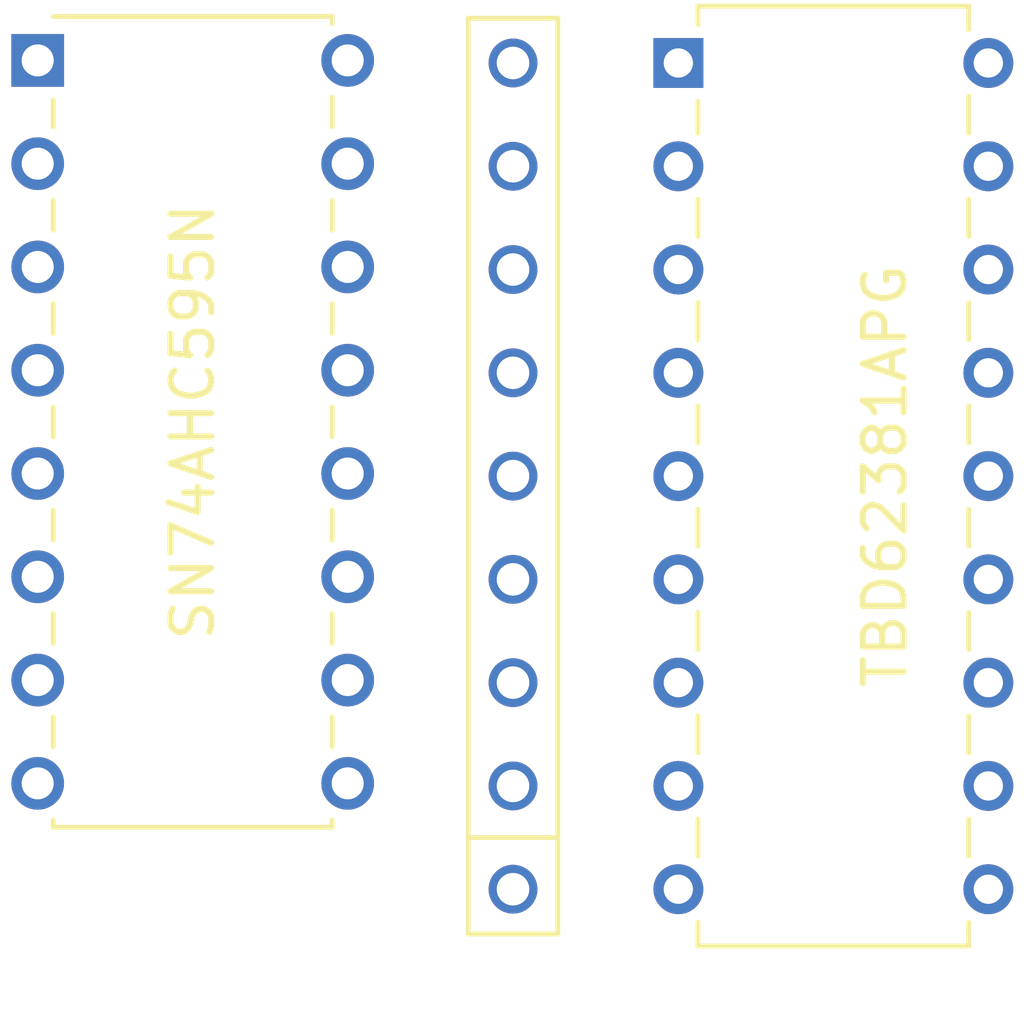
<source format=kicad_pcb>
(kicad_pcb (version 20211014) (generator pcbnew)
  (layers (0 "F.Cu" signal) (31 "B.Cu" signal) (34 "B.Paste" user) (35 "F.Paste" user) (36 "B.SilkS" user "B.Silkscreen") (37 "F.SilkS" user "F.Silkscreen") (38 "B.Mask" user) (39 "F.Mask" user) (44 "Edge.Cuts" user))
  (net 0 "")
  (footprint "Luminator:8x10 R Array" (layer "F.Cu") (at 60.452 69.85 180)
    (fp_text reference "REF**" hide)
    (fp_text value "8x10k R Array")
    (fp_line (start -1.1 21.42) (end -1.1 -1.1) (layer "F.SilkS") (width 0.12))
    (fp_line (start 1.1 1.27) (end -1.1 1.27) (layer "F.SilkS") (width 0.12))
    (fp_line (start -1.1 -1.1) (end 1.1 -1.1) (layer "F.SilkS") (width 0.12))
    (fp_line (start 1.1 -1.1) (end 1.1 21.42) (layer "F.SilkS") (width 0.12))
    (fp_line (start 1.1 21.42) (end -1.1 21.42) (layer "F.SilkS") (width 0.12))
    (pad "1" thru_hole circle (at 0 0 90) (size 1.2 1.2) (drill 0.8) (layers *.Cu *.Mask))
    (pad "2" thru_hole circle (at 0 2.54 90) (size 1.2 1.2) (drill 0.8) (layers *.Cu *.Mask))
    (pad "3" thru_hole circle (at 0 5.08 90) (size 1.2 1.2) (drill 0.8) (layers *.Cu *.Mask))
    (pad "4" thru_hole circle (at 0 7.62 90) (size 1.2 1.2) (drill 0.8) (layers *.Cu *.Mask))
    (pad "5" thru_hole circle (at 0 10.16 90) (size 1.2 1.2) (drill 0.8) (layers *.Cu *.Mask))
    (pad "6" thru_hole circle (at 0 12.7 90) (size 1.2 1.2) (drill 0.8) (layers *.Cu *.Mask))
    (pad "7" thru_hole circle (at 0 15.24 90) (size 1.2 1.2) (drill 0.8) (layers *.Cu *.Mask))
    (pad "8" thru_hole circle (at 0 17.78 90) (size 1.2 1.2) (drill 0.8) (layers *.Cu *.Mask))
    (pad "9" thru_hole circle (at 0 20.32 90) (size 1.2 1.2) (drill 0.8) (layers *.Cu *.Mask))
  )
  (footprint "Luminator:SN74AHC595N" (layer "F.Cu") (at 52.578 48.514)
    (fp_text reference "REF**" hide)
    (fp_text value "SN74AHC595N" (at 0 9.8425 90) (layer "F.SilkS"))
    (fp_line (start 3.429 5.129117) (end 3.429 4.395883) (layer "F.SilkS") (width 0.12))
    (fp_line (start 3.429 7.669117) (end 3.429 6.935883) (layer "F.SilkS") (width 0.12))
    (fp_line (start -3.429 1.93294) (end -3.429 2.589117) (layer "F.SilkS") (width 0.12))
    (fp_line (start -3.429 9.475883) (end -3.429 10.209117) (layer "F.SilkS") (width 0.12))
    (fp_line (start -3.429 19.812) (end 3.429 19.812) (layer "F.SilkS") (width 0.12))
    (fp_line (start 3.429 12.749117) (end 3.429 12.015883) (layer "F.SilkS") (width 0.12))
    (fp_line (start 3.429 0.049117) (end 3.429 -0.127) (layer "F.SilkS") (width 0.12))
    (fp_line (start 3.429 2.589117) (end 3.429 1.855883) (layer "F.SilkS") (width 0.12))
    (fp_line (start -3.429 12.015883) (end -3.429 12.749117) (layer "F.SilkS") (width 0.12))
    (fp_line (start -3.429 14.555883) (end -3.429 15.289117) (layer "F.SilkS") (width 0.12))
    (fp_line (start 3.429 15.289117) (end 3.429 14.555883) (layer "F.SilkS") (width 0.12))
    (fp_line (start -3.429 6.935883) (end -3.429 7.669117) (layer "F.SilkS") (width 0.12))
    (fp_line (start 3.429 -0.127) (end -3.429 -0.127) (layer "F.SilkS") (width 0.12))
    (fp_line (start -3.429 4.395883) (end -3.429 5.129117) (layer "F.SilkS") (width 0.12))
    (fp_line (start -3.429 19.635883) (end -3.429 19.812) (layer "F.SilkS") (width 0.12))
    (fp_line (start 3.429 19.812) (end 3.429 19.635883) (layer "F.SilkS") (width 0.12))
    (fp_line (start -3.429 17.095883) (end -3.429 17.829117) (layer "F.SilkS") (width 0.12))
    (fp_line (start 3.429 10.209117) (end 3.429 9.475883) (layer "F.SilkS") (width 0.12))
    (fp_line (start 3.429 17.829117) (end 3.429 17.095883) (layer "F.SilkS") (width 0.12))
    (pad "1" thru_hole rect (at -3.81 0.9525) (size 1.2954 1.2954) (drill 0.7874) (layers *.Cu *.Mask))
    (pad "2" thru_hole circle (at -3.81 3.4925) (size 1.2954 1.2954) (drill 0.7874) (layers *.Cu *.Mask))
    (pad "3" thru_hole circle (at -3.81 6.0325) (size 1.2954 1.2954) (drill 0.7874) (layers *.Cu *.Mask))
    (pad "4" thru_hole circle (at -3.81 8.5725) (size 1.2954 1.2954) (drill 0.7874) (layers *.Cu *.Mask))
    (pad "5" thru_hole circle (at -3.81 11.1125) (size 1.2954 1.2954) (drill 0.7874) (layers *.Cu *.Mask))
    (pad "6" thru_hole circle (at -3.81 13.6525) (size 1.2954 1.2954) (drill 0.7874) (layers *.Cu *.Mask))
    (pad "7" thru_hole circle (at -3.81 16.1925) (size 1.2954 1.2954) (drill 0.7874) (layers *.Cu *.Mask))
    (pad "8" thru_hole circle (at -3.81 18.7325) (size 1.2954 1.2954) (drill 0.7874) (layers *.Cu *.Mask))
    (pad "9" thru_hole circle (at 3.81 18.7325) (size 1.2954 1.2954) (drill 0.7874) (layers *.Cu *.Mask))
    (pad "10" thru_hole circle (at 3.81 16.1925) (size 1.2954 1.2954) (drill 0.7874) (layers *.Cu *.Mask))
    (pad "11" thru_hole circle (at 3.81 13.6525) (size 1.2954 1.2954) (drill 0.7874) (layers *.Cu *.Mask))
    (pad "12" thru_hole circle (at 3.81 11.1125) (size 1.2954 1.2954) (drill 0.7874) (layers *.Cu *.Mask))
    (pad "13" thru_hole circle (at 3.81 8.5725) (size 1.2954 1.2954) (drill 0.7874) (layers *.Cu *.Mask))
    (pad "14" thru_hole circle (at 3.81 6.0325) (size 1.2954 1.2954) (drill 0.7874) (layers *.Cu *.Mask))
    (pad "15" thru_hole circle (at 3.81 3.4925) (size 1.2954 1.2954) (drill 0.7874) (layers *.Cu *.Mask))
    (pad "16" thru_hole circle (at 3.81 0.9525) (size 1.2954 1.2954) (drill 0.7874) (layers *.Cu *.Mask))
  )
  (footprint "Luminator:TBD62381APG" (layer "F.Cu") (at 64.516 49.53)
    (fp_text reference "REF**" hide)
    (fp_text value "TBD62381APG" (at 5.08 10.16 90) (layer "F.SilkS"))
    (fp_line (start 7.137001 14.426273) (end 7.137001 13.513727) (layer "F.SilkS") (width 0.12))
    (fp_line (start 0.482999 10.973727) (end 0.482999 11.886273) (layer "F.SilkS") (width 0.12))
    (fp_line (start 7.137001 6.806273) (end 7.137001 5.893727) (layer "F.SilkS") (width 0.12))
    (fp_line (start 7.137001 16.966273) (end 7.137001 16.053727) (layer "F.SilkS") (width 0.12))
    (fp_line (start 0.482999 16.053727) (end 0.482999 16.966273) (layer "F.SilkS") (width 0.12))
    (fp_line (start 0.482999 0.946277) (end 0.482999 1.726273) (layer "F.SilkS") (width 0.12))
    (fp_line (start 7.137001 9.346273) (end 7.137001 8.433727) (layer "F.SilkS") (width 0.12))
    (fp_line (start 0.482999 -1.397) (end 0.482999 -0.946277) (layer "F.SilkS") (width 0.12))
    (fp_line (start 0.482999 8.433727) (end 0.482999 9.346273) (layer "F.SilkS") (width 0.12))
    (fp_line (start 7.137001 11.886273) (end 7.137001 10.973727) (layer "F.SilkS") (width 0.12))
    (fp_line (start 0.482999 21.717) (end 7.137001 21.717) (layer "F.SilkS") (width 0.12))
    (fp_line (start 0.482999 18.593727) (end 0.482999 19.506273) (layer "F.SilkS") (width 0.12))
    (fp_line (start 7.137001 1.726273) (end 7.137001 0.813727) (layer "F.SilkS") (width 0.12))
    (fp_line (start 0.482999 3.353727) (end 0.482999 4.266273) (layer "F.SilkS") (width 0.12))
    (fp_line (start 7.137001 -0.813727) (end 7.137001 -1.397) (layer "F.SilkS") (width 0.12))
    (fp_line (start 7.137001 -1.397) (end 0.482999 -1.397) (layer "F.SilkS") (width 0.12))
    (fp_line (start 7.137001 4.266273) (end 7.137001 3.353727) (layer "F.SilkS") (width 0.12))
    (fp_line (start 7.137001 21.717) (end 7.137001 21.133727) (layer "F.SilkS") (width 0.12))
    (fp_line (start 0.482999 5.893727) (end 0.482999 6.806273) (layer "F.SilkS") (width 0.12))
    (fp_line (start 7.137001 19.506273) (end 7.137001 18.593727) (layer "F.SilkS") (width 0.12))
    (fp_line (start 0.482999 13.513727) (end 0.482999 14.426273) (layer "F.SilkS") (width 0.12))
    (fp_line (start 0.482999 21.133727) (end 0.482999 21.717) (layer "F.SilkS") (width 0.12))
    (pad "1" thru_hole rect (at 0 0) (size 1.227074 1.227074) (drill 0.719074) (layers *.Cu *.Mask))
    (pad "2" thru_hole circle (at 0 2.54) (size 1.227074 1.227074) (drill 0.719074) (layers *.Cu *.Mask))
    (pad "3" thru_hole circle (at 0 5.08) (size 1.227074 1.227074) (drill 0.719074) (layers *.Cu *.Mask))
    (pad "4" thru_hole circle (at 0 7.62) (size 1.227074 1.227074) (drill 0.719074) (layers *.Cu *.Mask))
    (pad "5" thru_hole circle (at 0 10.16) (size 1.227074 1.227074) (drill 0.719074) (layers *.Cu *.Mask))
    (pad "6" thru_hole circle (at 0 12.7) (size 1.227074 1.227074) (drill 0.719074) (layers *.Cu *.Mask))
    (pad "7" thru_hole circle (at 0 15.24) (size 1.227074 1.227074) (drill 0.719074) (layers *.Cu *.Mask))
    (pad "8" thru_hole circle (at 0 17.78) (size 1.227074 1.227074) (drill 0.719074) (layers *.Cu *.Mask))
    (pad "9" thru_hole circle (at 0 20.32) (size 1.227074 1.227074) (drill 0.719074) (layers *.Cu *.Mask))
    (pad "10" thru_hole circle (at 7.62 20.32) (size 1.227074 1.227074) (drill 0.719074) (layers *.Cu *.Mask))
    (pad "11" thru_hole circle (at 7.62 17.78) (size 1.227074 1.227074) (drill 0.719074) (layers *.Cu *.Mask))
    (pad "12" thru_hole circle (at 7.62 15.24) (size 1.227074 1.227074) (drill 0.719074) (layers *.Cu *.Mask))
    (pad "13" thru_hole circle (at 7.62 12.7) (size 1.227074 1.227074) (drill 0.719074) (layers *.Cu *.Mask))
    (pad "14" thru_hole circle (at 7.62 10.16) (size 1.227074 1.227074) (drill 0.719074) (layers *.Cu *.Mask))
    (pad "15" thru_hole circle (at 7.62 7.62) (size 1.227074 1.227074) (drill 0.719074) (layers *.Cu *.Mask))
    (pad "16" thru_hole circle (at 7.62 5.08) (size 1.227074 1.227074) (drill 0.719074) (layers *.Cu *.Mask))
    (pad "17" thru_hole circle (at 7.62 2.54) (size 1.227074 1.227074) (drill 0.719074) (layers *.Cu *.Mask))
    (pad "18" thru_hole circle (at 7.62 0) (size 1.227074 1.227074) (drill 0.719074) (layers *.Cu *.Mask))
  )
)
</source>
